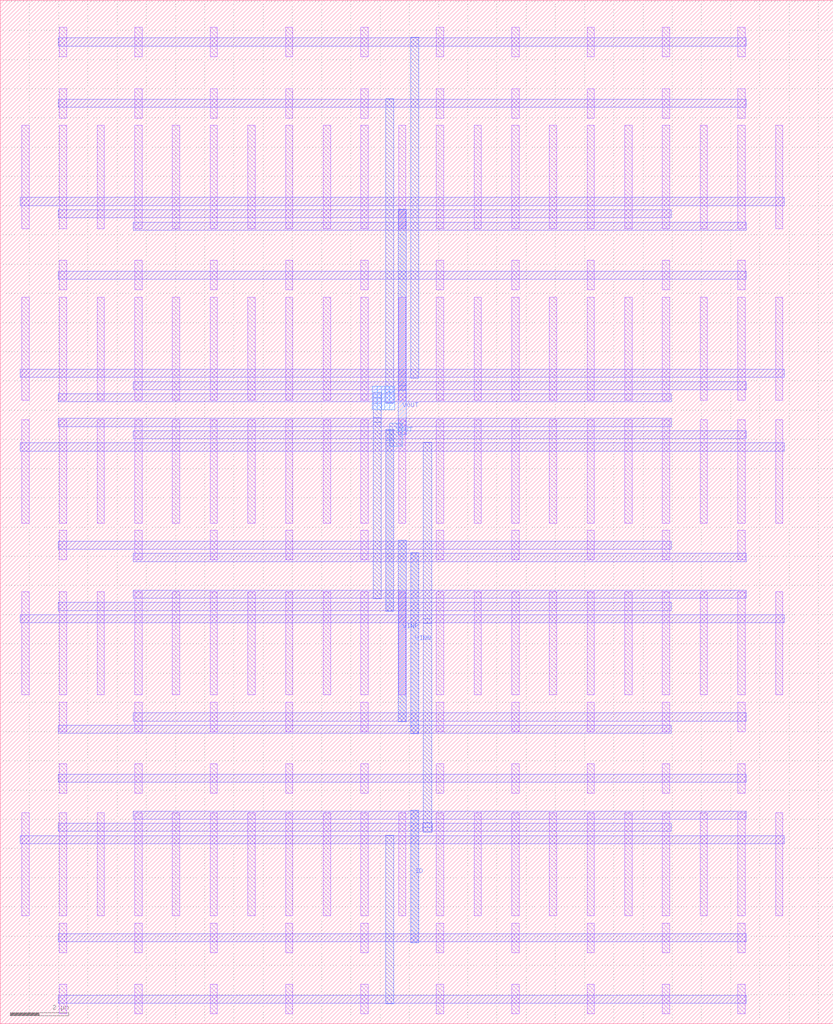
<source format=lef>
MACRO FIVE_TRANSISTOR_OTA
  ORIGIN 0 0 ;
  FOREIGN FIVE_TRANSISTOR_OTA 0 0 ;
  SIZE 28.51 BY 35.03 ;
  PIN ID
    DIRECTION INOUT ;
    USE SIGNAL ;
    PORT 
      LAYER M3 ;
        RECT 14.05 2.78 14.33 7.3 ;
    END
  END ID
  PIN VOUT
    DIRECTION INOUT ;
    USE SIGNAL ;
    PORT 
      LAYER M3 ;
        RECT 13.19 14.12 13.47 20.32 ;
      LAYER M3 ;
        RECT 13.62 21.68 13.9 27.88 ;
      LAYER M3 ;
        RECT 13.19 19.975 13.47 20.345 ;
      LAYER M4 ;
        RECT 13.33 19.76 13.76 20.56 ;
      LAYER M3 ;
        RECT 13.62 20.16 13.9 21.84 ;
    END
  END VOUT
  PIN VINP
    DIRECTION INOUT ;
    USE SIGNAL ;
    PORT 
      LAYER M3 ;
        RECT 13.62 10.34 13.9 16.54 ;
    END
  END VINP
  PIN VINN
    DIRECTION INOUT ;
    USE SIGNAL ;
    PORT 
      LAYER M3 ;
        RECT 14.05 9.92 14.33 16.12 ;
    END
  END VINN
  OBS 
  LAYER M2 ;
        RECT 1.98 6.58 22.96 6.86 ;
  LAYER M3 ;
        RECT 14.48 13.7 14.76 19.9 ;
  LAYER M2 ;
        RECT 14.46 6.58 14.78 6.86 ;
  LAYER M3 ;
        RECT 14.48 6.72 14.76 13.86 ;
  LAYER M2 ;
        RECT 14.46 6.58 14.78 6.86 ;
  LAYER M3 ;
        RECT 14.48 6.56 14.76 6.88 ;
  LAYER M2 ;
        RECT 14.46 6.58 14.78 6.86 ;
  LAYER M3 ;
        RECT 14.48 6.56 14.76 6.88 ;
  LAYER M3 ;
        RECT 12.76 14.54 13.04 20.74 ;
  LAYER M3 ;
        RECT 13.19 21.26 13.47 31.66 ;
  LAYER M3 ;
        RECT 12.76 20.58 13.04 21.42 ;
  LAYER M4 ;
        RECT 12.9 21.02 13.33 21.82 ;
  LAYER M3 ;
        RECT 13.19 21.235 13.47 21.605 ;
  LAYER M3 ;
        RECT 12.76 21.235 13.04 21.605 ;
  LAYER M4 ;
        RECT 12.735 21.02 13.065 21.82 ;
  LAYER M3 ;
        RECT 13.19 21.235 13.47 21.605 ;
  LAYER M4 ;
        RECT 13.165 21.02 13.495 21.82 ;
  LAYER M3 ;
        RECT 12.76 21.235 13.04 21.605 ;
  LAYER M4 ;
        RECT 12.735 21.02 13.065 21.82 ;
  LAYER M3 ;
        RECT 13.19 21.235 13.47 21.605 ;
  LAYER M4 ;
        RECT 13.165 21.02 13.495 21.82 ;
  LAYER M1 ;
        RECT 25.245 3.695 25.495 7.225 ;
  LAYER M1 ;
        RECT 25.245 2.435 25.495 3.445 ;
  LAYER M1 ;
        RECT 25.245 0.335 25.495 1.345 ;
  LAYER M1 ;
        RECT 26.535 3.695 26.785 7.225 ;
  LAYER M1 ;
        RECT 23.955 3.695 24.205 7.225 ;
  LAYER M1 ;
        RECT 22.665 3.695 22.915 7.225 ;
  LAYER M1 ;
        RECT 22.665 2.435 22.915 3.445 ;
  LAYER M1 ;
        RECT 22.665 0.335 22.915 1.345 ;
  LAYER M1 ;
        RECT 21.375 3.695 21.625 7.225 ;
  LAYER M1 ;
        RECT 20.085 3.695 20.335 7.225 ;
  LAYER M1 ;
        RECT 20.085 2.435 20.335 3.445 ;
  LAYER M1 ;
        RECT 20.085 0.335 20.335 1.345 ;
  LAYER M1 ;
        RECT 18.795 3.695 19.045 7.225 ;
  LAYER M1 ;
        RECT 17.505 3.695 17.755 7.225 ;
  LAYER M1 ;
        RECT 17.505 2.435 17.755 3.445 ;
  LAYER M1 ;
        RECT 17.505 0.335 17.755 1.345 ;
  LAYER M1 ;
        RECT 16.215 3.695 16.465 7.225 ;
  LAYER M1 ;
        RECT 14.925 3.695 15.175 7.225 ;
  LAYER M1 ;
        RECT 14.925 2.435 15.175 3.445 ;
  LAYER M1 ;
        RECT 14.925 0.335 15.175 1.345 ;
  LAYER M1 ;
        RECT 13.635 3.695 13.885 7.225 ;
  LAYER M1 ;
        RECT 12.345 3.695 12.595 7.225 ;
  LAYER M1 ;
        RECT 12.345 2.435 12.595 3.445 ;
  LAYER M1 ;
        RECT 12.345 0.335 12.595 1.345 ;
  LAYER M1 ;
        RECT 11.055 3.695 11.305 7.225 ;
  LAYER M1 ;
        RECT 9.765 3.695 10.015 7.225 ;
  LAYER M1 ;
        RECT 9.765 2.435 10.015 3.445 ;
  LAYER M1 ;
        RECT 9.765 0.335 10.015 1.345 ;
  LAYER M1 ;
        RECT 8.475 3.695 8.725 7.225 ;
  LAYER M1 ;
        RECT 7.185 3.695 7.435 7.225 ;
  LAYER M1 ;
        RECT 7.185 2.435 7.435 3.445 ;
  LAYER M1 ;
        RECT 7.185 0.335 7.435 1.345 ;
  LAYER M1 ;
        RECT 5.895 3.695 6.145 7.225 ;
  LAYER M1 ;
        RECT 4.605 3.695 4.855 7.225 ;
  LAYER M1 ;
        RECT 4.605 2.435 4.855 3.445 ;
  LAYER M1 ;
        RECT 4.605 0.335 4.855 1.345 ;
  LAYER M1 ;
        RECT 3.315 3.695 3.565 7.225 ;
  LAYER M1 ;
        RECT 2.025 3.695 2.275 7.225 ;
  LAYER M1 ;
        RECT 2.025 2.435 2.275 3.445 ;
  LAYER M1 ;
        RECT 2.025 0.335 2.275 1.345 ;
  LAYER M1 ;
        RECT 0.735 3.695 0.985 7.225 ;
  LAYER M2 ;
        RECT 4.56 7 25.54 7.28 ;
  LAYER M2 ;
        RECT 1.98 2.8 25.54 3.08 ;
  LAYER M2 ;
        RECT 0.69 6.16 26.83 6.44 ;
  LAYER M2 ;
        RECT 1.98 0.7 25.54 0.98 ;
  LAYER M3 ;
        RECT 14.05 2.78 14.33 7.3 ;
  LAYER M2 ;
        RECT 1.98 6.58 22.96 6.86 ;
  LAYER M3 ;
        RECT 13.19 0.68 13.47 6.46 ;
  LAYER M1 ;
        RECT 2.025 21.335 2.275 24.865 ;
  LAYER M1 ;
        RECT 2.025 25.115 2.275 26.125 ;
  LAYER M1 ;
        RECT 2.025 27.215 2.275 30.745 ;
  LAYER M1 ;
        RECT 2.025 30.995 2.275 32.005 ;
  LAYER M1 ;
        RECT 2.025 33.095 2.275 34.105 ;
  LAYER M1 ;
        RECT 0.735 21.335 0.985 24.865 ;
  LAYER M1 ;
        RECT 0.735 27.215 0.985 30.745 ;
  LAYER M1 ;
        RECT 3.315 21.335 3.565 24.865 ;
  LAYER M1 ;
        RECT 3.315 27.215 3.565 30.745 ;
  LAYER M1 ;
        RECT 4.605 21.335 4.855 24.865 ;
  LAYER M1 ;
        RECT 4.605 25.115 4.855 26.125 ;
  LAYER M1 ;
        RECT 4.605 27.215 4.855 30.745 ;
  LAYER M1 ;
        RECT 4.605 30.995 4.855 32.005 ;
  LAYER M1 ;
        RECT 4.605 33.095 4.855 34.105 ;
  LAYER M1 ;
        RECT 5.895 21.335 6.145 24.865 ;
  LAYER M1 ;
        RECT 5.895 27.215 6.145 30.745 ;
  LAYER M1 ;
        RECT 7.185 21.335 7.435 24.865 ;
  LAYER M1 ;
        RECT 7.185 25.115 7.435 26.125 ;
  LAYER M1 ;
        RECT 7.185 27.215 7.435 30.745 ;
  LAYER M1 ;
        RECT 7.185 30.995 7.435 32.005 ;
  LAYER M1 ;
        RECT 7.185 33.095 7.435 34.105 ;
  LAYER M1 ;
        RECT 8.475 21.335 8.725 24.865 ;
  LAYER M1 ;
        RECT 8.475 27.215 8.725 30.745 ;
  LAYER M1 ;
        RECT 9.765 21.335 10.015 24.865 ;
  LAYER M1 ;
        RECT 9.765 25.115 10.015 26.125 ;
  LAYER M1 ;
        RECT 9.765 27.215 10.015 30.745 ;
  LAYER M1 ;
        RECT 9.765 30.995 10.015 32.005 ;
  LAYER M1 ;
        RECT 9.765 33.095 10.015 34.105 ;
  LAYER M1 ;
        RECT 11.055 21.335 11.305 24.865 ;
  LAYER M1 ;
        RECT 11.055 27.215 11.305 30.745 ;
  LAYER M1 ;
        RECT 12.345 21.335 12.595 24.865 ;
  LAYER M1 ;
        RECT 12.345 25.115 12.595 26.125 ;
  LAYER M1 ;
        RECT 12.345 27.215 12.595 30.745 ;
  LAYER M1 ;
        RECT 12.345 30.995 12.595 32.005 ;
  LAYER M1 ;
        RECT 12.345 33.095 12.595 34.105 ;
  LAYER M1 ;
        RECT 13.635 21.335 13.885 24.865 ;
  LAYER M1 ;
        RECT 13.635 27.215 13.885 30.745 ;
  LAYER M1 ;
        RECT 14.925 21.335 15.175 24.865 ;
  LAYER M1 ;
        RECT 14.925 25.115 15.175 26.125 ;
  LAYER M1 ;
        RECT 14.925 27.215 15.175 30.745 ;
  LAYER M1 ;
        RECT 14.925 30.995 15.175 32.005 ;
  LAYER M1 ;
        RECT 14.925 33.095 15.175 34.105 ;
  LAYER M1 ;
        RECT 16.215 21.335 16.465 24.865 ;
  LAYER M1 ;
        RECT 16.215 27.215 16.465 30.745 ;
  LAYER M1 ;
        RECT 17.505 21.335 17.755 24.865 ;
  LAYER M1 ;
        RECT 17.505 25.115 17.755 26.125 ;
  LAYER M1 ;
        RECT 17.505 27.215 17.755 30.745 ;
  LAYER M1 ;
        RECT 17.505 30.995 17.755 32.005 ;
  LAYER M1 ;
        RECT 17.505 33.095 17.755 34.105 ;
  LAYER M1 ;
        RECT 18.795 21.335 19.045 24.865 ;
  LAYER M1 ;
        RECT 18.795 27.215 19.045 30.745 ;
  LAYER M1 ;
        RECT 20.085 21.335 20.335 24.865 ;
  LAYER M1 ;
        RECT 20.085 25.115 20.335 26.125 ;
  LAYER M1 ;
        RECT 20.085 27.215 20.335 30.745 ;
  LAYER M1 ;
        RECT 20.085 30.995 20.335 32.005 ;
  LAYER M1 ;
        RECT 20.085 33.095 20.335 34.105 ;
  LAYER M1 ;
        RECT 21.375 21.335 21.625 24.865 ;
  LAYER M1 ;
        RECT 21.375 27.215 21.625 30.745 ;
  LAYER M1 ;
        RECT 22.665 21.335 22.915 24.865 ;
  LAYER M1 ;
        RECT 22.665 25.115 22.915 26.125 ;
  LAYER M1 ;
        RECT 22.665 27.215 22.915 30.745 ;
  LAYER M1 ;
        RECT 22.665 30.995 22.915 32.005 ;
  LAYER M1 ;
        RECT 22.665 33.095 22.915 34.105 ;
  LAYER M1 ;
        RECT 23.955 21.335 24.205 24.865 ;
  LAYER M1 ;
        RECT 23.955 27.215 24.205 30.745 ;
  LAYER M1 ;
        RECT 25.245 21.335 25.495 24.865 ;
  LAYER M1 ;
        RECT 25.245 25.115 25.495 26.125 ;
  LAYER M1 ;
        RECT 25.245 27.215 25.495 30.745 ;
  LAYER M1 ;
        RECT 25.245 30.995 25.495 32.005 ;
  LAYER M1 ;
        RECT 25.245 33.095 25.495 34.105 ;
  LAYER M1 ;
        RECT 26.535 21.335 26.785 24.865 ;
  LAYER M1 ;
        RECT 26.535 27.215 26.785 30.745 ;
  LAYER M2 ;
        RECT 1.98 21.28 22.96 21.56 ;
  LAYER M2 ;
        RECT 1.98 25.48 25.54 25.76 ;
  LAYER M2 ;
        RECT 4.56 21.7 25.54 21.98 ;
  LAYER M2 ;
        RECT 0.69 22.12 26.83 22.4 ;
  LAYER M2 ;
        RECT 4.56 27.16 25.54 27.44 ;
  LAYER M2 ;
        RECT 1.98 31.36 25.54 31.64 ;
  LAYER M2 ;
        RECT 1.98 27.58 22.96 27.86 ;
  LAYER M2 ;
        RECT 0.69 28 26.83 28.28 ;
  LAYER M2 ;
        RECT 1.98 33.46 25.54 33.74 ;
  LAYER M3 ;
        RECT 13.19 21.26 13.47 31.66 ;
  LAYER M3 ;
        RECT 13.62 21.68 13.9 27.88 ;
  LAYER M3 ;
        RECT 14.05 22.1 14.33 33.76 ;
  LAYER M1 ;
        RECT 2.025 17.135 2.275 20.665 ;
  LAYER M1 ;
        RECT 2.025 15.875 2.275 16.885 ;
  LAYER M1 ;
        RECT 2.025 11.255 2.275 14.785 ;
  LAYER M1 ;
        RECT 2.025 9.995 2.275 11.005 ;
  LAYER M1 ;
        RECT 2.025 7.895 2.275 8.905 ;
  LAYER M1 ;
        RECT 0.735 17.135 0.985 20.665 ;
  LAYER M1 ;
        RECT 0.735 11.255 0.985 14.785 ;
  LAYER M1 ;
        RECT 3.315 17.135 3.565 20.665 ;
  LAYER M1 ;
        RECT 3.315 11.255 3.565 14.785 ;
  LAYER M1 ;
        RECT 4.605 17.135 4.855 20.665 ;
  LAYER M1 ;
        RECT 4.605 15.875 4.855 16.885 ;
  LAYER M1 ;
        RECT 4.605 11.255 4.855 14.785 ;
  LAYER M1 ;
        RECT 4.605 9.995 4.855 11.005 ;
  LAYER M1 ;
        RECT 4.605 7.895 4.855 8.905 ;
  LAYER M1 ;
        RECT 5.895 17.135 6.145 20.665 ;
  LAYER M1 ;
        RECT 5.895 11.255 6.145 14.785 ;
  LAYER M1 ;
        RECT 7.185 17.135 7.435 20.665 ;
  LAYER M1 ;
        RECT 7.185 15.875 7.435 16.885 ;
  LAYER M1 ;
        RECT 7.185 11.255 7.435 14.785 ;
  LAYER M1 ;
        RECT 7.185 9.995 7.435 11.005 ;
  LAYER M1 ;
        RECT 7.185 7.895 7.435 8.905 ;
  LAYER M1 ;
        RECT 8.475 17.135 8.725 20.665 ;
  LAYER M1 ;
        RECT 8.475 11.255 8.725 14.785 ;
  LAYER M1 ;
        RECT 9.765 17.135 10.015 20.665 ;
  LAYER M1 ;
        RECT 9.765 15.875 10.015 16.885 ;
  LAYER M1 ;
        RECT 9.765 11.255 10.015 14.785 ;
  LAYER M1 ;
        RECT 9.765 9.995 10.015 11.005 ;
  LAYER M1 ;
        RECT 9.765 7.895 10.015 8.905 ;
  LAYER M1 ;
        RECT 11.055 17.135 11.305 20.665 ;
  LAYER M1 ;
        RECT 11.055 11.255 11.305 14.785 ;
  LAYER M1 ;
        RECT 12.345 17.135 12.595 20.665 ;
  LAYER M1 ;
        RECT 12.345 15.875 12.595 16.885 ;
  LAYER M1 ;
        RECT 12.345 11.255 12.595 14.785 ;
  LAYER M1 ;
        RECT 12.345 9.995 12.595 11.005 ;
  LAYER M1 ;
        RECT 12.345 7.895 12.595 8.905 ;
  LAYER M1 ;
        RECT 13.635 17.135 13.885 20.665 ;
  LAYER M1 ;
        RECT 13.635 11.255 13.885 14.785 ;
  LAYER M1 ;
        RECT 14.925 17.135 15.175 20.665 ;
  LAYER M1 ;
        RECT 14.925 15.875 15.175 16.885 ;
  LAYER M1 ;
        RECT 14.925 11.255 15.175 14.785 ;
  LAYER M1 ;
        RECT 14.925 9.995 15.175 11.005 ;
  LAYER M1 ;
        RECT 14.925 7.895 15.175 8.905 ;
  LAYER M1 ;
        RECT 16.215 17.135 16.465 20.665 ;
  LAYER M1 ;
        RECT 16.215 11.255 16.465 14.785 ;
  LAYER M1 ;
        RECT 17.505 17.135 17.755 20.665 ;
  LAYER M1 ;
        RECT 17.505 15.875 17.755 16.885 ;
  LAYER M1 ;
        RECT 17.505 11.255 17.755 14.785 ;
  LAYER M1 ;
        RECT 17.505 9.995 17.755 11.005 ;
  LAYER M1 ;
        RECT 17.505 7.895 17.755 8.905 ;
  LAYER M1 ;
        RECT 18.795 17.135 19.045 20.665 ;
  LAYER M1 ;
        RECT 18.795 11.255 19.045 14.785 ;
  LAYER M1 ;
        RECT 20.085 17.135 20.335 20.665 ;
  LAYER M1 ;
        RECT 20.085 15.875 20.335 16.885 ;
  LAYER M1 ;
        RECT 20.085 11.255 20.335 14.785 ;
  LAYER M1 ;
        RECT 20.085 9.995 20.335 11.005 ;
  LAYER M1 ;
        RECT 20.085 7.895 20.335 8.905 ;
  LAYER M1 ;
        RECT 21.375 17.135 21.625 20.665 ;
  LAYER M1 ;
        RECT 21.375 11.255 21.625 14.785 ;
  LAYER M1 ;
        RECT 22.665 17.135 22.915 20.665 ;
  LAYER M1 ;
        RECT 22.665 15.875 22.915 16.885 ;
  LAYER M1 ;
        RECT 22.665 11.255 22.915 14.785 ;
  LAYER M1 ;
        RECT 22.665 9.995 22.915 11.005 ;
  LAYER M1 ;
        RECT 22.665 7.895 22.915 8.905 ;
  LAYER M1 ;
        RECT 23.955 17.135 24.205 20.665 ;
  LAYER M1 ;
        RECT 23.955 11.255 24.205 14.785 ;
  LAYER M1 ;
        RECT 25.245 17.135 25.495 20.665 ;
  LAYER M1 ;
        RECT 25.245 15.875 25.495 16.885 ;
  LAYER M1 ;
        RECT 25.245 11.255 25.495 14.785 ;
  LAYER M1 ;
        RECT 25.245 9.995 25.495 11.005 ;
  LAYER M1 ;
        RECT 25.245 7.895 25.495 8.905 ;
  LAYER M1 ;
        RECT 26.535 17.135 26.785 20.665 ;
  LAYER M1 ;
        RECT 26.535 11.255 26.785 14.785 ;
  LAYER M2 ;
        RECT 1.98 20.44 22.96 20.72 ;
  LAYER M2 ;
        RECT 4.56 20.02 25.54 20.3 ;
  LAYER M2 ;
        RECT 1.98 16.24 22.96 16.52 ;
  LAYER M2 ;
        RECT 4.56 15.82 25.54 16.1 ;
  LAYER M2 ;
        RECT 0.69 19.6 26.83 19.88 ;
  LAYER M2 ;
        RECT 4.56 14.56 25.54 14.84 ;
  LAYER M2 ;
        RECT 1.98 14.14 22.96 14.42 ;
  LAYER M2 ;
        RECT 4.56 10.36 25.54 10.64 ;
  LAYER M2 ;
        RECT 1.98 9.94 22.96 10.22 ;
  LAYER M2 ;
        RECT 0.69 13.72 26.83 14 ;
  LAYER M2 ;
        RECT 1.98 8.26 25.54 8.54 ;
  LAYER M3 ;
        RECT 12.76 14.54 13.04 20.74 ;
  LAYER M3 ;
        RECT 13.19 14.12 13.47 20.32 ;
  LAYER M3 ;
        RECT 13.62 10.34 13.9 16.54 ;
  LAYER M3 ;
        RECT 14.05 9.92 14.33 16.12 ;
  LAYER M3 ;
        RECT 14.48 13.7 14.76 19.9 ;
  END 
END FIVE_TRANSISTOR_OTA

</source>
